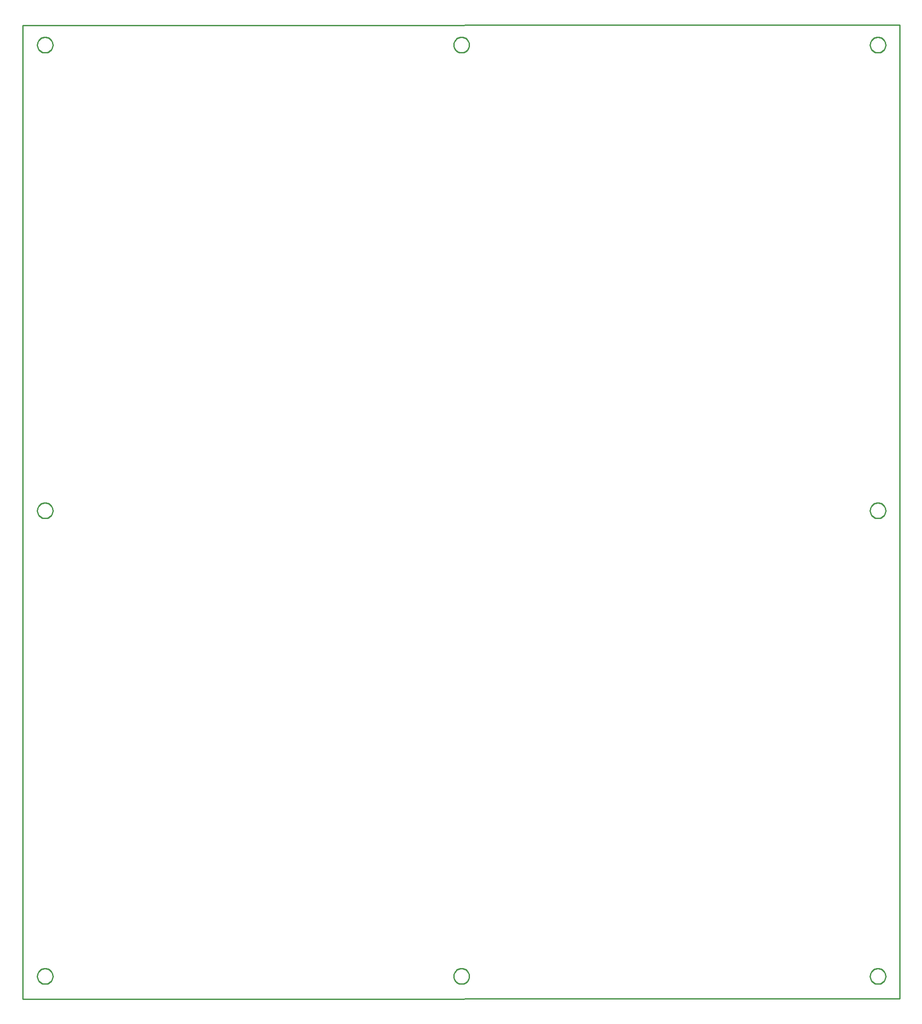
<source format=gbr>
G04 EAGLE Gerber RS-274X export*
G75*
%MOMM*%
%FSLAX34Y34*%
%LPD*%
%IN*%
%IPPOS*%
%AMOC8*
5,1,8,0,0,1.08239X$1,22.5*%
G01*
%ADD10C,0.254000*%


D10*
X286766Y-1034669D02*
X1985010Y-1034415D01*
X1985264Y851281D01*
X287020Y851027D01*
X286766Y-1034669D01*
X1958100Y-991136D02*
X1958024Y-992204D01*
X1957871Y-993265D01*
X1957643Y-994312D01*
X1957341Y-995340D01*
X1956967Y-996344D01*
X1956522Y-997319D01*
X1956008Y-998259D01*
X1955429Y-999160D01*
X1954787Y-1000018D01*
X1954085Y-1000828D01*
X1953328Y-1001585D01*
X1952518Y-1002287D01*
X1951660Y-1002929D01*
X1950759Y-1003508D01*
X1949819Y-1004022D01*
X1948844Y-1004467D01*
X1947840Y-1004841D01*
X1946812Y-1005143D01*
X1945765Y-1005371D01*
X1944704Y-1005524D01*
X1943636Y-1005600D01*
X1942564Y-1005600D01*
X1941496Y-1005524D01*
X1940435Y-1005371D01*
X1939388Y-1005143D01*
X1938360Y-1004841D01*
X1937356Y-1004467D01*
X1936381Y-1004022D01*
X1935441Y-1003508D01*
X1934540Y-1002929D01*
X1933682Y-1002287D01*
X1932872Y-1001585D01*
X1932115Y-1000828D01*
X1931413Y-1000018D01*
X1930771Y-999160D01*
X1930192Y-998259D01*
X1929678Y-997319D01*
X1929233Y-996344D01*
X1928859Y-995340D01*
X1928557Y-994312D01*
X1928329Y-993265D01*
X1928176Y-992204D01*
X1928100Y-991136D01*
X1928100Y-990064D01*
X1928176Y-988996D01*
X1928329Y-987935D01*
X1928557Y-986888D01*
X1928859Y-985860D01*
X1929233Y-984856D01*
X1929678Y-983881D01*
X1930192Y-982941D01*
X1930771Y-982040D01*
X1931413Y-981182D01*
X1932115Y-980372D01*
X1932872Y-979615D01*
X1933682Y-978913D01*
X1934540Y-978271D01*
X1935441Y-977692D01*
X1936381Y-977178D01*
X1937356Y-976733D01*
X1938360Y-976359D01*
X1939388Y-976057D01*
X1940435Y-975829D01*
X1941496Y-975676D01*
X1942564Y-975600D01*
X1943636Y-975600D01*
X1944704Y-975676D01*
X1945765Y-975829D01*
X1946812Y-976057D01*
X1947840Y-976359D01*
X1948844Y-976733D01*
X1949819Y-977178D01*
X1950759Y-977692D01*
X1951660Y-978271D01*
X1952518Y-978913D01*
X1953328Y-979615D01*
X1954085Y-980372D01*
X1954787Y-981182D01*
X1955429Y-982040D01*
X1956008Y-982941D01*
X1956522Y-983881D01*
X1956967Y-984856D01*
X1957341Y-985860D01*
X1957643Y-986888D01*
X1957871Y-987935D01*
X1958024Y-988996D01*
X1958100Y-990064D01*
X1958100Y-991136D01*
X345200Y-991136D02*
X345124Y-992204D01*
X344971Y-993265D01*
X344743Y-994312D01*
X344441Y-995340D01*
X344067Y-996344D01*
X343622Y-997319D01*
X343108Y-998259D01*
X342529Y-999160D01*
X341887Y-1000018D01*
X341185Y-1000828D01*
X340428Y-1001585D01*
X339618Y-1002287D01*
X338760Y-1002929D01*
X337859Y-1003508D01*
X336919Y-1004022D01*
X335944Y-1004467D01*
X334940Y-1004841D01*
X333912Y-1005143D01*
X332865Y-1005371D01*
X331804Y-1005524D01*
X330736Y-1005600D01*
X329664Y-1005600D01*
X328596Y-1005524D01*
X327535Y-1005371D01*
X326488Y-1005143D01*
X325460Y-1004841D01*
X324456Y-1004467D01*
X323481Y-1004022D01*
X322541Y-1003508D01*
X321640Y-1002929D01*
X320782Y-1002287D01*
X319972Y-1001585D01*
X319215Y-1000828D01*
X318513Y-1000018D01*
X317871Y-999160D01*
X317292Y-998259D01*
X316778Y-997319D01*
X316333Y-996344D01*
X315959Y-995340D01*
X315657Y-994312D01*
X315429Y-993265D01*
X315276Y-992204D01*
X315200Y-991136D01*
X315200Y-990064D01*
X315276Y-988996D01*
X315429Y-987935D01*
X315657Y-986888D01*
X315959Y-985860D01*
X316333Y-984856D01*
X316778Y-983881D01*
X317292Y-982941D01*
X317871Y-982040D01*
X318513Y-981182D01*
X319215Y-980372D01*
X319972Y-979615D01*
X320782Y-978913D01*
X321640Y-978271D01*
X322541Y-977692D01*
X323481Y-977178D01*
X324456Y-976733D01*
X325460Y-976359D01*
X326488Y-976057D01*
X327535Y-975829D01*
X328596Y-975676D01*
X329664Y-975600D01*
X330736Y-975600D01*
X331804Y-975676D01*
X332865Y-975829D01*
X333912Y-976057D01*
X334940Y-976359D01*
X335944Y-976733D01*
X336919Y-977178D01*
X337859Y-977692D01*
X338760Y-978271D01*
X339618Y-978913D01*
X340428Y-979615D01*
X341185Y-980372D01*
X341887Y-981182D01*
X342529Y-982040D01*
X343108Y-982941D01*
X343622Y-983881D01*
X344067Y-984856D01*
X344441Y-985860D01*
X344743Y-986888D01*
X344971Y-987935D01*
X345124Y-988996D01*
X345200Y-990064D01*
X345200Y-991136D01*
X1151650Y-991136D02*
X1151574Y-992204D01*
X1151421Y-993265D01*
X1151193Y-994312D01*
X1150891Y-995340D01*
X1150517Y-996344D01*
X1150072Y-997319D01*
X1149558Y-998259D01*
X1148979Y-999160D01*
X1148337Y-1000018D01*
X1147635Y-1000828D01*
X1146878Y-1001585D01*
X1146068Y-1002287D01*
X1145210Y-1002929D01*
X1144309Y-1003508D01*
X1143369Y-1004022D01*
X1142394Y-1004467D01*
X1141390Y-1004841D01*
X1140362Y-1005143D01*
X1139315Y-1005371D01*
X1138254Y-1005524D01*
X1137186Y-1005600D01*
X1136114Y-1005600D01*
X1135046Y-1005524D01*
X1133985Y-1005371D01*
X1132938Y-1005143D01*
X1131910Y-1004841D01*
X1130906Y-1004467D01*
X1129931Y-1004022D01*
X1128991Y-1003508D01*
X1128090Y-1002929D01*
X1127232Y-1002287D01*
X1126422Y-1001585D01*
X1125665Y-1000828D01*
X1124963Y-1000018D01*
X1124321Y-999160D01*
X1123742Y-998259D01*
X1123228Y-997319D01*
X1122783Y-996344D01*
X1122409Y-995340D01*
X1122107Y-994312D01*
X1121879Y-993265D01*
X1121726Y-992204D01*
X1121650Y-991136D01*
X1121650Y-990064D01*
X1121726Y-988996D01*
X1121879Y-987935D01*
X1122107Y-986888D01*
X1122409Y-985860D01*
X1122783Y-984856D01*
X1123228Y-983881D01*
X1123742Y-982941D01*
X1124321Y-982040D01*
X1124963Y-981182D01*
X1125665Y-980372D01*
X1126422Y-979615D01*
X1127232Y-978913D01*
X1128090Y-978271D01*
X1128991Y-977692D01*
X1129931Y-977178D01*
X1130906Y-976733D01*
X1131910Y-976359D01*
X1132938Y-976057D01*
X1133985Y-975829D01*
X1135046Y-975676D01*
X1136114Y-975600D01*
X1137186Y-975600D01*
X1138254Y-975676D01*
X1139315Y-975829D01*
X1140362Y-976057D01*
X1141390Y-976359D01*
X1142394Y-976733D01*
X1143369Y-977178D01*
X1144309Y-977692D01*
X1145210Y-978271D01*
X1146068Y-978913D01*
X1146878Y-979615D01*
X1147635Y-980372D01*
X1148337Y-981182D01*
X1148979Y-982040D01*
X1149558Y-982941D01*
X1150072Y-983881D01*
X1150517Y-984856D01*
X1150891Y-985860D01*
X1151193Y-986888D01*
X1151421Y-987935D01*
X1151574Y-988996D01*
X1151650Y-990064D01*
X1151650Y-991136D01*
X345200Y812264D02*
X345124Y811196D01*
X344971Y810135D01*
X344743Y809088D01*
X344441Y808060D01*
X344067Y807056D01*
X343622Y806081D01*
X343108Y805141D01*
X342529Y804240D01*
X341887Y803382D01*
X341185Y802572D01*
X340428Y801815D01*
X339618Y801113D01*
X338760Y800471D01*
X337859Y799892D01*
X336919Y799378D01*
X335944Y798933D01*
X334940Y798559D01*
X333912Y798257D01*
X332865Y798029D01*
X331804Y797876D01*
X330736Y797800D01*
X329664Y797800D01*
X328596Y797876D01*
X327535Y798029D01*
X326488Y798257D01*
X325460Y798559D01*
X324456Y798933D01*
X323481Y799378D01*
X322541Y799892D01*
X321640Y800471D01*
X320782Y801113D01*
X319972Y801815D01*
X319215Y802572D01*
X318513Y803382D01*
X317871Y804240D01*
X317292Y805141D01*
X316778Y806081D01*
X316333Y807056D01*
X315959Y808060D01*
X315657Y809088D01*
X315429Y810135D01*
X315276Y811196D01*
X315200Y812264D01*
X315200Y813336D01*
X315276Y814404D01*
X315429Y815465D01*
X315657Y816512D01*
X315959Y817540D01*
X316333Y818544D01*
X316778Y819519D01*
X317292Y820459D01*
X317871Y821360D01*
X318513Y822218D01*
X319215Y823028D01*
X319972Y823785D01*
X320782Y824487D01*
X321640Y825129D01*
X322541Y825708D01*
X323481Y826222D01*
X324456Y826667D01*
X325460Y827041D01*
X326488Y827343D01*
X327535Y827571D01*
X328596Y827724D01*
X329664Y827800D01*
X330736Y827800D01*
X331804Y827724D01*
X332865Y827571D01*
X333912Y827343D01*
X334940Y827041D01*
X335944Y826667D01*
X336919Y826222D01*
X337859Y825708D01*
X338760Y825129D01*
X339618Y824487D01*
X340428Y823785D01*
X341185Y823028D01*
X341887Y822218D01*
X342529Y821360D01*
X343108Y820459D01*
X343622Y819519D01*
X344067Y818544D01*
X344441Y817540D01*
X344743Y816512D01*
X344971Y815465D01*
X345124Y814404D01*
X345200Y813336D01*
X345200Y812264D01*
X1958100Y812264D02*
X1958024Y811196D01*
X1957871Y810135D01*
X1957643Y809088D01*
X1957341Y808060D01*
X1956967Y807056D01*
X1956522Y806081D01*
X1956008Y805141D01*
X1955429Y804240D01*
X1954787Y803382D01*
X1954085Y802572D01*
X1953328Y801815D01*
X1952518Y801113D01*
X1951660Y800471D01*
X1950759Y799892D01*
X1949819Y799378D01*
X1948844Y798933D01*
X1947840Y798559D01*
X1946812Y798257D01*
X1945765Y798029D01*
X1944704Y797876D01*
X1943636Y797800D01*
X1942564Y797800D01*
X1941496Y797876D01*
X1940435Y798029D01*
X1939388Y798257D01*
X1938360Y798559D01*
X1937356Y798933D01*
X1936381Y799378D01*
X1935441Y799892D01*
X1934540Y800471D01*
X1933682Y801113D01*
X1932872Y801815D01*
X1932115Y802572D01*
X1931413Y803382D01*
X1930771Y804240D01*
X1930192Y805141D01*
X1929678Y806081D01*
X1929233Y807056D01*
X1928859Y808060D01*
X1928557Y809088D01*
X1928329Y810135D01*
X1928176Y811196D01*
X1928100Y812264D01*
X1928100Y813336D01*
X1928176Y814404D01*
X1928329Y815465D01*
X1928557Y816512D01*
X1928859Y817540D01*
X1929233Y818544D01*
X1929678Y819519D01*
X1930192Y820459D01*
X1930771Y821360D01*
X1931413Y822218D01*
X1932115Y823028D01*
X1932872Y823785D01*
X1933682Y824487D01*
X1934540Y825129D01*
X1935441Y825708D01*
X1936381Y826222D01*
X1937356Y826667D01*
X1938360Y827041D01*
X1939388Y827343D01*
X1940435Y827571D01*
X1941496Y827724D01*
X1942564Y827800D01*
X1943636Y827800D01*
X1944704Y827724D01*
X1945765Y827571D01*
X1946812Y827343D01*
X1947840Y827041D01*
X1948844Y826667D01*
X1949819Y826222D01*
X1950759Y825708D01*
X1951660Y825129D01*
X1952518Y824487D01*
X1953328Y823785D01*
X1954085Y823028D01*
X1954787Y822218D01*
X1955429Y821360D01*
X1956008Y820459D01*
X1956522Y819519D01*
X1956967Y818544D01*
X1957341Y817540D01*
X1957643Y816512D01*
X1957871Y815465D01*
X1958024Y814404D01*
X1958100Y813336D01*
X1958100Y812264D01*
X1151650Y812264D02*
X1151574Y811196D01*
X1151421Y810135D01*
X1151193Y809088D01*
X1150891Y808060D01*
X1150517Y807056D01*
X1150072Y806081D01*
X1149558Y805141D01*
X1148979Y804240D01*
X1148337Y803382D01*
X1147635Y802572D01*
X1146878Y801815D01*
X1146068Y801113D01*
X1145210Y800471D01*
X1144309Y799892D01*
X1143369Y799378D01*
X1142394Y798933D01*
X1141390Y798559D01*
X1140362Y798257D01*
X1139315Y798029D01*
X1138254Y797876D01*
X1137186Y797800D01*
X1136114Y797800D01*
X1135046Y797876D01*
X1133985Y798029D01*
X1132938Y798257D01*
X1131910Y798559D01*
X1130906Y798933D01*
X1129931Y799378D01*
X1128991Y799892D01*
X1128090Y800471D01*
X1127232Y801113D01*
X1126422Y801815D01*
X1125665Y802572D01*
X1124963Y803382D01*
X1124321Y804240D01*
X1123742Y805141D01*
X1123228Y806081D01*
X1122783Y807056D01*
X1122409Y808060D01*
X1122107Y809088D01*
X1121879Y810135D01*
X1121726Y811196D01*
X1121650Y812264D01*
X1121650Y813336D01*
X1121726Y814404D01*
X1121879Y815465D01*
X1122107Y816512D01*
X1122409Y817540D01*
X1122783Y818544D01*
X1123228Y819519D01*
X1123742Y820459D01*
X1124321Y821360D01*
X1124963Y822218D01*
X1125665Y823028D01*
X1126422Y823785D01*
X1127232Y824487D01*
X1128090Y825129D01*
X1128991Y825708D01*
X1129931Y826222D01*
X1130906Y826667D01*
X1131910Y827041D01*
X1132938Y827343D01*
X1133985Y827571D01*
X1135046Y827724D01*
X1136114Y827800D01*
X1137186Y827800D01*
X1138254Y827724D01*
X1139315Y827571D01*
X1140362Y827343D01*
X1141390Y827041D01*
X1142394Y826667D01*
X1143369Y826222D01*
X1144309Y825708D01*
X1145210Y825129D01*
X1146068Y824487D01*
X1146878Y823785D01*
X1147635Y823028D01*
X1148337Y822218D01*
X1148979Y821360D01*
X1149558Y820459D01*
X1150072Y819519D01*
X1150517Y818544D01*
X1150891Y817540D01*
X1151193Y816512D01*
X1151421Y815465D01*
X1151574Y814404D01*
X1151650Y813336D01*
X1151650Y812264D01*
X345200Y-89436D02*
X345124Y-90504D01*
X344971Y-91565D01*
X344743Y-92612D01*
X344441Y-93640D01*
X344067Y-94644D01*
X343622Y-95619D01*
X343108Y-96559D01*
X342529Y-97460D01*
X341887Y-98318D01*
X341185Y-99128D01*
X340428Y-99885D01*
X339618Y-100587D01*
X338760Y-101229D01*
X337859Y-101808D01*
X336919Y-102322D01*
X335944Y-102767D01*
X334940Y-103141D01*
X333912Y-103443D01*
X332865Y-103671D01*
X331804Y-103824D01*
X330736Y-103900D01*
X329664Y-103900D01*
X328596Y-103824D01*
X327535Y-103671D01*
X326488Y-103443D01*
X325460Y-103141D01*
X324456Y-102767D01*
X323481Y-102322D01*
X322541Y-101808D01*
X321640Y-101229D01*
X320782Y-100587D01*
X319972Y-99885D01*
X319215Y-99128D01*
X318513Y-98318D01*
X317871Y-97460D01*
X317292Y-96559D01*
X316778Y-95619D01*
X316333Y-94644D01*
X315959Y-93640D01*
X315657Y-92612D01*
X315429Y-91565D01*
X315276Y-90504D01*
X315200Y-89436D01*
X315200Y-88364D01*
X315276Y-87296D01*
X315429Y-86235D01*
X315657Y-85188D01*
X315959Y-84160D01*
X316333Y-83156D01*
X316778Y-82181D01*
X317292Y-81241D01*
X317871Y-80340D01*
X318513Y-79482D01*
X319215Y-78672D01*
X319972Y-77915D01*
X320782Y-77213D01*
X321640Y-76571D01*
X322541Y-75992D01*
X323481Y-75478D01*
X324456Y-75033D01*
X325460Y-74659D01*
X326488Y-74357D01*
X327535Y-74129D01*
X328596Y-73976D01*
X329664Y-73900D01*
X330736Y-73900D01*
X331804Y-73976D01*
X332865Y-74129D01*
X333912Y-74357D01*
X334940Y-74659D01*
X335944Y-75033D01*
X336919Y-75478D01*
X337859Y-75992D01*
X338760Y-76571D01*
X339618Y-77213D01*
X340428Y-77915D01*
X341185Y-78672D01*
X341887Y-79482D01*
X342529Y-80340D01*
X343108Y-81241D01*
X343622Y-82181D01*
X344067Y-83156D01*
X344441Y-84160D01*
X344743Y-85188D01*
X344971Y-86235D01*
X345124Y-87296D01*
X345200Y-88364D01*
X345200Y-89436D01*
X1958100Y-89436D02*
X1958024Y-90504D01*
X1957871Y-91565D01*
X1957643Y-92612D01*
X1957341Y-93640D01*
X1956967Y-94644D01*
X1956522Y-95619D01*
X1956008Y-96559D01*
X1955429Y-97460D01*
X1954787Y-98318D01*
X1954085Y-99128D01*
X1953328Y-99885D01*
X1952518Y-100587D01*
X1951660Y-101229D01*
X1950759Y-101808D01*
X1949819Y-102322D01*
X1948844Y-102767D01*
X1947840Y-103141D01*
X1946812Y-103443D01*
X1945765Y-103671D01*
X1944704Y-103824D01*
X1943636Y-103900D01*
X1942564Y-103900D01*
X1941496Y-103824D01*
X1940435Y-103671D01*
X1939388Y-103443D01*
X1938360Y-103141D01*
X1937356Y-102767D01*
X1936381Y-102322D01*
X1935441Y-101808D01*
X1934540Y-101229D01*
X1933682Y-100587D01*
X1932872Y-99885D01*
X1932115Y-99128D01*
X1931413Y-98318D01*
X1930771Y-97460D01*
X1930192Y-96559D01*
X1929678Y-95619D01*
X1929233Y-94644D01*
X1928859Y-93640D01*
X1928557Y-92612D01*
X1928329Y-91565D01*
X1928176Y-90504D01*
X1928100Y-89436D01*
X1928100Y-88364D01*
X1928176Y-87296D01*
X1928329Y-86235D01*
X1928557Y-85188D01*
X1928859Y-84160D01*
X1929233Y-83156D01*
X1929678Y-82181D01*
X1930192Y-81241D01*
X1930771Y-80340D01*
X1931413Y-79482D01*
X1932115Y-78672D01*
X1932872Y-77915D01*
X1933682Y-77213D01*
X1934540Y-76571D01*
X1935441Y-75992D01*
X1936381Y-75478D01*
X1937356Y-75033D01*
X1938360Y-74659D01*
X1939388Y-74357D01*
X1940435Y-74129D01*
X1941496Y-73976D01*
X1942564Y-73900D01*
X1943636Y-73900D01*
X1944704Y-73976D01*
X1945765Y-74129D01*
X1946812Y-74357D01*
X1947840Y-74659D01*
X1948844Y-75033D01*
X1949819Y-75478D01*
X1950759Y-75992D01*
X1951660Y-76571D01*
X1952518Y-77213D01*
X1953328Y-77915D01*
X1954085Y-78672D01*
X1954787Y-79482D01*
X1955429Y-80340D01*
X1956008Y-81241D01*
X1956522Y-82181D01*
X1956967Y-83156D01*
X1957341Y-84160D01*
X1957643Y-85188D01*
X1957871Y-86235D01*
X1958024Y-87296D01*
X1958100Y-88364D01*
X1958100Y-89436D01*
M02*

</source>
